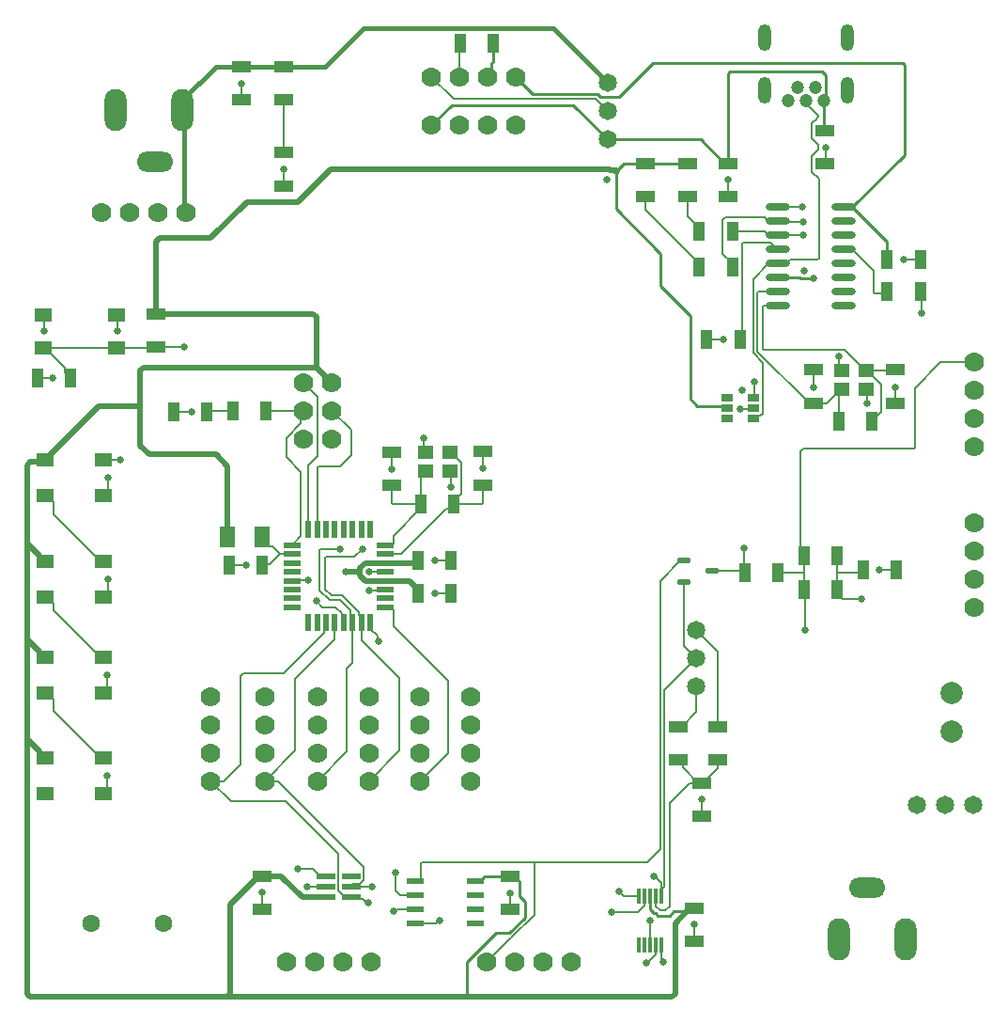
<source format=gtl>
G04*
G04 #@! TF.GenerationSoftware,Altium Limited,Altium Designer,23.3.1 (30)*
G04*
G04 Layer_Physical_Order=1*
G04 Layer_Color=255*
%FSLAX44Y44*%
%MOMM*%
G71*
G04*
G04 #@! TF.SameCoordinates,964EAC65-20B9-4362-A22B-C6E90DBC7DAB*
G04*
G04*
G04 #@! TF.FilePolarity,Positive*
G04*
G01*
G75*
%ADD11C,0.2540*%
%ADD14C,0.1524*%
%ADD18C,0.3810*%
%ADD21R,1.8034X1.1176*%
G04:AMPARAMS|DCode=22|XSize=1.21mm|YSize=0.59mm|CornerRadius=0.1475mm|HoleSize=0mm|Usage=FLASHONLY|Rotation=0.000|XOffset=0mm|YOffset=0mm|HoleType=Round|Shape=RoundedRectangle|*
%AMROUNDEDRECTD22*
21,1,1.2100,0.2950,0,0,0.0*
21,1,0.9150,0.5900,0,0,0.0*
1,1,0.2950,0.4575,-0.1475*
1,1,0.2950,-0.4575,-0.1475*
1,1,0.2950,-0.4575,0.1475*
1,1,0.2950,0.4575,0.1475*
%
%ADD22ROUNDEDRECTD22*%
%ADD23R,1.1176X1.8034*%
%ADD24R,0.3000X1.4500*%
%ADD25R,0.3000X1.4700*%
%ADD26R,1.3998X1.1999*%
%ADD27O,2.2000X0.6096*%
%ADD28R,1.6500X1.2065*%
%ADD29R,1.3716X1.8542*%
%ADD30R,1.0000X0.7000*%
%ADD31R,0.5080X1.5500*%
%ADD32R,1.5500X0.5080*%
%ADD33R,1.5000X1.2000*%
G04:AMPARAMS|DCode=34|XSize=1.61mm|YSize=0.59mm|CornerRadius=0.0738mm|HoleSize=0mm|Usage=FLASHONLY|Rotation=0.000|XOffset=0mm|YOffset=0mm|HoleType=Round|Shape=RoundedRectangle|*
%AMROUNDEDRECTD34*
21,1,1.6100,0.4425,0,0,0.0*
21,1,1.4625,0.5900,0,0,0.0*
1,1,0.1475,0.7313,-0.2213*
1,1,0.1475,-0.7313,-0.2213*
1,1,0.1475,-0.7313,0.2213*
1,1,0.1475,0.7313,0.2213*
%
%ADD34ROUNDEDRECTD34*%
%ADD35R,1.5500X0.6000*%
%ADD59C,0.5080*%
%ADD60O,3.3000X1.8000*%
%ADD61O,2.0000X3.8000*%
%ADD62C,1.6500*%
%ADD63C,1.7780*%
%ADD64O,1.2000X2.4000*%
%ADD65C,1.2000*%
%ADD66C,2.0000*%
%ADD67C,1.6000*%
%ADD68C,0.6350*%
D11*
X443568Y65689D02*
X457327Y79448D01*
X404876Y39297D02*
X431269Y65689D01*
X443568D01*
X457327Y79448D02*
Y93780D01*
X575468Y82976D02*
X577419Y81026D01*
X587858D01*
X591668Y84836D02*
X603377D01*
X573578Y82976D02*
X575468D01*
X587858Y81026D02*
X591668Y84836D01*
X570230Y86324D02*
X573578Y82976D01*
X404876Y7874D02*
Y39297D01*
X452247Y98860D02*
Y112268D01*
Y98860D02*
X457327Y93780D01*
X447929Y116586D02*
X452247Y112268D01*
X444500Y116586D02*
X447929D01*
X419560Y115098D02*
X421048Y116586D01*
X413080Y112190D02*
X417830D01*
X419560Y113920D01*
Y115098D01*
X421048Y116586D02*
X444500D01*
X603377Y84836D02*
X606806D01*
X609854Y87884D01*
X570230Y86324D02*
Y98200D01*
X705719Y654558D02*
X717296D01*
X704957Y655320D02*
X705719Y654558D01*
X685292Y655320D02*
X704957D01*
X717296Y654558D02*
X717550Y654812D01*
X539496Y717042D02*
Y751586D01*
Y717042D02*
X579374Y677164D01*
X728812Y819393D02*
Y837352D01*
X642076Y840886D02*
X725278D01*
X728812Y837352D01*
X640588Y758444D02*
Y839398D01*
X637159Y758444D02*
X640588D01*
Y839398D02*
X642076Y840886D01*
X727000Y815022D02*
Y817581D01*
X728812Y819393D01*
X606552Y546354D02*
X612998Y539908D01*
X579374Y648208D02*
Y677164D01*
X606552Y546354D02*
Y621030D01*
X579374Y648208D02*
X606552Y621030D01*
X612998Y539908D02*
X637574D01*
X639764Y537718D01*
X566166Y758444D02*
X604266D01*
X546354D02*
X566166D01*
X539496Y751586D02*
X546354Y758444D01*
X615823Y779780D02*
X637159Y758444D01*
X532130Y779780D02*
X615823D01*
X799846Y765986D02*
Y847126D01*
X798358Y848614D02*
X799846Y847126D01*
X572770Y848614D02*
X798358D01*
X752680Y718820D02*
X799846Y765986D01*
X542676Y818520D02*
X572770Y848614D01*
X525088Y818520D02*
X542676D01*
X522934Y820674D02*
X525088Y818520D01*
X449580Y836025D02*
X464931Y820674D01*
X522934D01*
X752680Y718820D02*
X783844Y687656D01*
Y671830D02*
Y687656D01*
X727000Y788872D02*
Y815022D01*
Y788872D02*
X728218Y787654D01*
X501142Y810768D02*
X532130Y779780D01*
X391668Y810768D02*
X501142D01*
X373380Y792480D02*
X391668Y810768D01*
X429006Y866140D02*
X429260Y865886D01*
Y850138D02*
Y865886D01*
X424180Y836025D02*
X427096Y838941D01*
Y847974D01*
X429260Y850138D01*
D14*
X579247Y140843D02*
Y382147D01*
X583311Y107131D02*
Y283591D01*
X588010Y89515D02*
Y182499D01*
X706120Y407924D02*
Y498856D01*
X583311Y283591D02*
X612140Y312420D01*
X579247Y382147D02*
X597760Y400660D01*
X708533Y390144D02*
X708914Y389763D01*
X738886Y374396D02*
Y389763D01*
X685800Y390144D02*
X708533D01*
X708914Y374396D02*
Y389763D01*
Y405130D01*
X706120Y407924D02*
X708914Y405130D01*
X654812Y391160D02*
X655320Y390652D01*
X597760Y400660D02*
X600860D01*
X625960Y391160D02*
X654812D01*
X655320Y390652D02*
X655828Y390144D01*
X655066Y390906D02*
X655320Y390652D01*
X655066Y390906D02*
Y411480D01*
X738886Y389763D02*
Y405130D01*
X600860Y356417D02*
Y381660D01*
X612140Y337820D02*
X631190Y318770D01*
X599059Y251206D02*
X612140Y264287D01*
Y287020D01*
X739140Y370713D02*
Y374142D01*
X738886Y374396D02*
X739140Y374142D01*
Y370713D02*
X743585Y366268D01*
X709930Y338328D02*
Y373380D01*
X708914Y374396D02*
X709930Y373380D01*
X600588Y356145D02*
X600860Y356417D01*
X631190Y251206D02*
Y318770D01*
X600588Y323972D02*
Y356145D01*
Y323972D02*
X612140Y312420D01*
X631190Y213487D02*
Y221234D01*
X595630Y251206D02*
X599059D01*
X599944Y214253D02*
Y216920D01*
X595630Y221234D02*
X599944Y216920D01*
X613791Y200406D02*
X617220D01*
X618109D02*
X631190Y213487D01*
X617220Y200406D02*
X618109D01*
X599944Y214253D02*
X613791Y200406D01*
X588010Y182499D02*
X605917Y200406D01*
X613791D01*
X617220Y170434D02*
Y185420D01*
X777240Y392176D02*
X792226D01*
X743585Y366268D02*
X760730D01*
X759841Y389763D02*
X762254Y392176D01*
X738886Y389763D02*
X759841D01*
X340650Y84582D02*
X342936Y86868D01*
X339344Y84582D02*
X340650D01*
X342936Y86868D02*
X359002D01*
X359080Y86790D01*
X302695Y95780D02*
X311577D01*
X314901Y92456D01*
X298822Y99653D02*
X302695Y95780D01*
X314901Y92456D02*
X315976D01*
X565032Y89736D02*
Y98256D01*
X535940Y84074D02*
X559370D01*
X565032Y98256D02*
X565230Y98454D01*
X559370Y84074D02*
X565032Y89736D01*
X445462Y61117D02*
X466079Y81735D01*
X422910Y39370D02*
X444657Y61117D01*
X466079Y81735D02*
Y129032D01*
X444657Y61117D02*
X445462D01*
X542544Y102362D02*
X546452Y98454D01*
X560230D01*
X301010Y106965D02*
X301152Y106823D01*
X319643D02*
X319786Y106680D01*
X301152Y106823D02*
X319643D01*
X340868Y103886D02*
Y119380D01*
Y103886D02*
X345264Y99490D01*
X808097Y501396D02*
X808990Y502289D01*
Y556006D02*
X832104Y579120D01*
X708660Y501396D02*
X808097D01*
X808990Y502289D02*
Y556006D01*
X706120Y498856D02*
X708660Y501396D01*
X832104Y579120D02*
X862405D01*
X580230Y42106D02*
Y54200D01*
X581914Y39116D02*
Y40422D01*
X580230Y42106D02*
X581914Y40422D01*
X570230Y54200D02*
Y76454D01*
X567182Y38354D02*
X567650D01*
X575032Y45736D02*
Y54256D01*
X567650Y38354D02*
X575032Y45736D01*
Y54256D02*
X575230Y54454D01*
X574040Y116078D02*
X574258D01*
X580230Y110106D01*
Y104050D02*
Y110106D01*
Y98200D02*
Y104050D01*
X345264Y99490D02*
X359080D01*
X584093Y85598D02*
X588010Y89515D01*
X580230Y104050D02*
X583311Y107131D01*
X567436Y129032D02*
X579247Y140843D01*
X579312Y85598D02*
X584093D01*
X575428Y89482D02*
X579312Y85598D01*
X575428Y89482D02*
Y98002D01*
X575230Y98200D02*
X575428Y98002D01*
X466079Y129032D02*
X567436D01*
X364723D02*
X466079D01*
X289462Y103275D02*
Y136242D01*
X293084Y99653D02*
X298822D01*
X289462Y103275D02*
X293084Y99653D01*
X242062Y183642D02*
X289462Y136242D01*
X252984Y122682D02*
X266793D01*
X273010Y116465D01*
X278110D01*
X363830Y128139D02*
X364723Y129032D01*
X363830Y112190D02*
Y128139D01*
X359080Y112190D02*
X363830D01*
X444500Y86614D02*
Y101219D01*
X377330Y74090D02*
X379694Y76454D01*
X359080Y74090D02*
X377330D01*
X379694Y76454D02*
X381000D01*
X765127Y555104D02*
X765556Y554675D01*
Y542290D02*
Y554675D01*
X814832Y623062D02*
Y641604D01*
X813816Y642620D02*
X814832Y641604D01*
X790956Y542544D02*
Y556260D01*
X269494Y364236D02*
X274967Y358763D01*
X287024D01*
X248068Y382778D02*
X261874D01*
X277622Y374571D02*
Y402967D01*
X272411Y410333D02*
X273304Y411226D01*
X277622Y402967D02*
X278515Y403860D01*
X272411Y374035D02*
X281448Y364998D01*
X277622Y374571D02*
X283131Y369062D01*
X272411Y374035D02*
Y410333D01*
X292590Y346366D02*
Y353198D01*
X287024Y358763D02*
X292590Y353198D01*
Y346366D02*
X294368Y344588D01*
X281448Y364998D02*
X291338D01*
X283131Y369062D02*
X293021D01*
X291338Y364998D02*
X300482Y355854D01*
X293021Y369062D02*
X308084Y353999D01*
X300482Y346348D02*
X302242Y344588D01*
X310370D02*
Y349798D01*
X308084Y352084D02*
X310370Y349798D01*
X308084Y352084D02*
Y353999D01*
X300482Y346348D02*
Y355854D01*
X247814Y382524D02*
X248068Y382778D01*
X324501Y328533D02*
X325374Y327660D01*
X318244Y339378D02*
Y344588D01*
Y339378D02*
X324501Y333121D01*
Y328533D02*
Y333121D01*
X77515Y491236D02*
X92710D01*
X77388Y491109D02*
X77515Y491236D01*
X173990Y202184D02*
X192532Y183642D01*
X242062D01*
X223520Y202184D02*
X234950D01*
X312362Y124772D01*
Y112579D02*
Y124772D01*
X308936Y109153D02*
X312362Y112579D01*
X301010Y106965D02*
X303198Y109153D01*
X308936D01*
X261763Y106823D02*
X277967D01*
X278110Y106965D01*
X261620Y106680D02*
X261763Y106823D01*
X125222Y592836D02*
X150114D01*
X82042Y372065D02*
Y383540D01*
X27606Y281051D02*
X32876Y275781D01*
X75171Y223139D02*
X77388D01*
X25388Y281051D02*
X27606D01*
X32876Y265434D02*
Y275781D01*
Y265434D02*
X75171Y223139D01*
X32876Y355603D02*
Y362141D01*
Y355603D02*
X75171Y313309D01*
X25388Y367411D02*
X27606D01*
X32876Y362141D01*
X75171Y313309D02*
X77388D01*
X27606Y458851D02*
X32876Y453581D01*
Y441964D02*
Y453581D01*
Y441964D02*
X75171Y399669D01*
X77388D01*
X25388Y458851D02*
X27606D01*
X278515Y403860D02*
X303530D01*
X310896Y411226D01*
X273304D02*
X290576D01*
X310370Y328948D02*
Y344588D01*
X376174Y371348D02*
X391160D01*
X376174Y400558D02*
X391160D01*
X317373Y373888D02*
X331052D01*
X331814Y374650D01*
X317373Y390398D02*
X331560D01*
X331814Y390652D01*
X302242Y308338D02*
Y344588D01*
X418715Y451358D02*
X419608Y452251D01*
X393700Y451358D02*
X418715D01*
X419608Y452251D02*
Y468660D01*
X337566Y452251D02*
Y468092D01*
X338459Y451358D02*
X363728D01*
X337566Y452251D02*
X338459Y451358D01*
X400014Y461101D02*
Y489156D01*
X393700Y454787D02*
X400014Y461101D01*
X393700Y451358D02*
Y454787D01*
X389713Y498457D02*
X390713D01*
X400014Y489156D01*
X363728Y477473D02*
X367712Y481457D01*
X363728Y451358D02*
Y477473D01*
X390596Y467050D02*
Y480574D01*
X389713Y481457D02*
X390596Y480574D01*
X366014Y500156D02*
X367713Y498457D01*
X366014Y500156D02*
Y511048D01*
X390101Y447759D02*
X393700Y451358D01*
X386719Y447759D02*
X390101D01*
X345614Y406654D02*
X386719Y447759D01*
X331814Y406654D02*
X345614D01*
X337024Y414528D02*
X338802Y416306D01*
Y423003D01*
X363728Y447929D02*
Y451358D01*
X331814Y414528D02*
X337024D01*
X338802Y423003D02*
X363728Y447929D01*
X419608Y483870D02*
Y498632D01*
X242316Y494030D02*
Y511018D01*
X255300Y524002D01*
X242316Y494030D02*
X255778Y480568D01*
X270510Y494839D02*
Y548386D01*
X262364Y486693D02*
X270510Y494839D01*
X258318Y560578D02*
X270510Y548386D01*
X255300Y524002D02*
Y532160D01*
X258318Y535178D01*
X255778Y422492D02*
Y480568D01*
X247814Y414528D02*
X255778Y422492D01*
X270238Y484247D02*
X271131Y485140D01*
X290576D01*
X270238Y428588D02*
Y484247D01*
X290576Y485140D02*
X300736Y495300D01*
X685419Y693547D02*
X708025D01*
X708152Y693674D01*
X685292Y693420D02*
X685419Y693547D01*
X337566Y482854D02*
Y498064D01*
X685419Y705993D02*
X708279D01*
X685292Y706120D02*
X685419Y705993D01*
X708279D02*
X708406Y705866D01*
X692921Y668020D02*
X696223Y671322D01*
X721483D01*
X722376Y672215D02*
Y744249D01*
X721483Y671322D02*
X722376Y672215D01*
X677340Y668020D02*
X692921D01*
X715899Y750726D02*
X722376Y744249D01*
X721868Y800057D02*
Y801319D01*
X719145Y797333D02*
X721868Y800057D01*
X718623Y797333D02*
X719145D01*
X715899Y780698D02*
Y794610D01*
X718623Y797333D01*
X721868Y770607D02*
Y774729D01*
X715899Y750726D02*
Y764638D01*
X721868Y770607D01*
X728218Y757682D02*
X728345Y757809D01*
Y772414D01*
X715899Y780698D02*
X721868Y774729D01*
X711001Y812187D02*
X721868Y801319D01*
X363220Y202184D02*
X388112Y227076D01*
Y292354D01*
X337024Y358648D02*
X338802Y356870D01*
Y341664D02*
Y356870D01*
Y341664D02*
X388112Y292354D01*
X331814Y358648D02*
X337024D01*
X344678Y229997D02*
Y294640D01*
X316865Y202184D02*
X344678Y229997D01*
X310370Y328948D02*
X344678Y294640D01*
X270510Y202184D02*
X297180Y228854D01*
Y303276D01*
X302242Y308338D01*
X223520Y202184D02*
X250698Y229362D01*
Y294386D01*
X286240Y329928D01*
Y344588D01*
X185928Y202184D02*
X201168Y217424D01*
X173990Y202184D02*
X185928D01*
X201168Y217424D02*
Y296287D01*
X204093Y299212D01*
X239822D01*
X276588Y335978D01*
Y342810D01*
X278366Y344588D01*
X226441Y413639D02*
X229997D01*
X236982Y406654D01*
X220345Y419735D02*
Y422148D01*
Y419735D02*
X226441Y413639D01*
X227580Y397252D02*
X236982Y406654D01*
X247814D01*
X220599Y396748D02*
X221103Y397252D01*
X227580D01*
X190627Y396748D02*
X205994D01*
X300736Y495300D02*
Y518160D01*
X262364Y428588D02*
Y486693D01*
X283718Y535178D02*
X300736Y518160D01*
X224028Y535178D02*
X258318D01*
X170688Y534670D02*
X171196Y535178D01*
X194056D01*
X25262Y592060D02*
X89762D01*
X25262D02*
X43300Y574022D01*
X23762Y592060D02*
X25262D01*
X43300Y569976D02*
Y574022D01*
Y569976D02*
X48126Y565150D01*
X89762Y592060D02*
X124446D01*
X125222Y592836D01*
X663956Y547785D02*
Y561340D01*
X663389Y547218D02*
X663956Y547785D01*
X651764Y537210D02*
X662881D01*
X663389Y537718D01*
X671691Y532850D02*
Y578973D01*
X669757Y530916D02*
X671691Y532850D01*
X666087Y530916D02*
X669757D01*
X663389Y528218D02*
X666087Y530916D01*
X663194Y587470D02*
X671691Y578973D01*
X711001Y812187D02*
Y815022D01*
X685292Y718820D02*
X707263D01*
X663194Y587470D02*
Y653874D01*
X677340Y668020D01*
X667258Y641727D02*
X668151Y642620D01*
X667258Y589153D02*
Y641727D01*
X668151Y642620D02*
X685292D01*
X621284Y599440D02*
X636270D01*
X653664Y686046D02*
X654557Y686938D01*
X651256Y599440D02*
X653664Y601848D01*
X679073Y686938D02*
X685292Y680720D01*
X653664Y601848D02*
Y686046D01*
X654557Y686938D02*
X679073D01*
X635762Y707615D02*
X637696Y709549D01*
X635762Y677037D02*
X644652Y668147D01*
X635762Y677037D02*
Y707615D01*
X672469Y590582D02*
X710567D01*
X671576Y591475D02*
Y629027D01*
X672469Y629920D02*
X685292D01*
X671576Y629027D02*
X672469Y629920D01*
X667258Y589153D02*
X713867Y542544D01*
X671576Y591475D02*
X672469Y590582D01*
X673226Y709549D02*
X676655Y706120D01*
X637696Y709549D02*
X673226D01*
X644652Y664718D02*
Y668147D01*
X676655Y706120D02*
X685292D01*
X677340Y693420D02*
X685292D01*
X644652Y697230D02*
X673530D01*
X677340Y693420D01*
X566166Y716661D02*
Y728472D01*
Y716661D02*
X614680Y668147D01*
Y664718D02*
Y668147D01*
X604266Y711073D02*
X614680Y700659D01*
X604266Y711073D02*
Y728472D01*
X614680Y697230D02*
Y700659D01*
X614604Y697306D02*
X614680Y697230D01*
X612902Y666496D02*
X614680Y664718D01*
X710567Y590582D02*
X710662Y590677D01*
X745556D01*
X764129Y572104D01*
X765128D01*
X713867Y542544D02*
X717296D01*
X729567D01*
X778764Y549627D02*
Y559468D01*
X778637Y535588D02*
Y549500D01*
Y535588D02*
X778764Y535461D01*
X778637Y549500D02*
X778764Y549627D01*
Y534162D02*
Y535461D01*
X766128Y572104D02*
X778764Y559468D01*
X770382Y525780D02*
X778764Y534162D01*
X766128Y572104D02*
X790545D01*
X765128D02*
X766128D01*
X740410Y525780D02*
Y552388D01*
X743127Y555104D01*
X790545Y572104D02*
X790956Y572516D01*
X729567Y542544D02*
X742127Y555104D01*
X743127D01*
X373380Y836025D02*
X393303Y816102D01*
X521040D01*
X531962Y805180D01*
X782828Y641604D02*
X783844Y642620D01*
X772160Y642497D02*
Y661240D01*
X773053Y641604D02*
X782828D01*
X772160Y642497D02*
X773053Y641604D01*
X752680Y680720D02*
X772160Y661240D01*
X744728Y680720D02*
X752680D01*
X531962Y805180D02*
X532130D01*
X398780Y836025D02*
Y865886D01*
X399034Y866140D01*
X77388Y458851D02*
X82042Y463505D01*
Y474980D01*
X77388Y367411D02*
X82042Y372065D01*
X80772Y284435D02*
Y297180D01*
X77388Y281051D02*
X80772Y284435D01*
X77388Y190881D02*
X80772Y194265D01*
Y207010D01*
X220980Y86614D02*
Y101600D01*
X609854Y57912D02*
Y72898D01*
X740156Y575075D02*
X743127Y572104D01*
X740156Y575075D02*
Y584200D01*
X717296Y556260D02*
Y572516D01*
X140716Y534670D02*
X156972D01*
X18154Y565150D02*
X31750D01*
X89916Y607568D02*
Y621906D01*
X89762Y622060D02*
X89916Y621906D01*
X23762Y622060D02*
X23876Y621946D01*
Y607060D02*
Y621946D01*
X798830Y671322D02*
X813308D01*
X813816Y671830D01*
X640842Y728726D02*
Y743458D01*
X640588Y728472D02*
X640842Y728726D01*
X240030Y738124D02*
Y752856D01*
X202438Y815832D02*
Y829818D01*
X201930Y815324D02*
X202438Y815832D01*
X240030Y768096D02*
Y815324D01*
D18*
X150678Y715462D02*
Y804543D01*
X148955Y806265D02*
X150678Y804543D01*
Y715462D02*
X152400Y713740D01*
X240030Y845296D02*
X277606D01*
X311912Y879602D02*
X483108D01*
X277606Y845296D02*
X311912Y879602D01*
X483108D02*
X532130Y830580D01*
X201930Y845296D02*
X240030D01*
X178986D02*
X201930D01*
X148955Y806265D02*
Y815265D01*
X178986Y845296D01*
D21*
X595630Y221234D02*
D03*
Y251206D02*
D03*
X617220Y200406D02*
D03*
Y170434D02*
D03*
X631190Y221234D02*
D03*
Y251206D02*
D03*
X609854Y87884D02*
D03*
Y57912D02*
D03*
X419608Y468660D02*
D03*
Y498632D02*
D03*
X728218Y787654D02*
D03*
Y757682D02*
D03*
X640588Y758444D02*
D03*
Y728472D02*
D03*
X240030Y768096D02*
D03*
Y738124D02*
D03*
X220980Y86614D02*
D03*
Y116586D02*
D03*
X337566Y498064D02*
D03*
Y468092D02*
D03*
X790956Y572516D02*
D03*
Y542544D02*
D03*
X717296D02*
D03*
Y572516D02*
D03*
X566166Y728472D02*
D03*
Y758444D02*
D03*
X604266Y728472D02*
D03*
Y758444D02*
D03*
X201930Y815324D02*
D03*
Y845296D02*
D03*
X240030Y815324D02*
D03*
Y845296D02*
D03*
X125222Y622808D02*
D03*
Y592836D02*
D03*
X444500Y86614D02*
D03*
Y116586D02*
D03*
D22*
X600860Y381660D02*
D03*
X625960Y391160D02*
D03*
X600860Y400660D02*
D03*
D23*
X685800Y390144D02*
D03*
X655828D02*
D03*
X739140Y374142D02*
D03*
X709168D02*
D03*
X738886Y405130D02*
D03*
X708914D02*
D03*
X792226Y392176D02*
D03*
X762254D02*
D03*
X393700Y451358D02*
D03*
X363728D02*
D03*
X224028Y535178D02*
D03*
X194056D02*
D03*
X614680Y664718D02*
D03*
X644652D02*
D03*
X614680Y697230D02*
D03*
X644652D02*
D03*
X429006Y866140D02*
D03*
X399034D02*
D03*
X140716Y534670D02*
D03*
X170688D02*
D03*
X18154Y565150D02*
D03*
X48126D02*
D03*
X361188Y400558D02*
D03*
X391160D02*
D03*
X361188Y371348D02*
D03*
X391160D02*
D03*
X220599Y396748D02*
D03*
X190627D02*
D03*
X770382Y525780D02*
D03*
X740410D02*
D03*
X813816Y642620D02*
D03*
X783844D02*
D03*
Y671830D02*
D03*
X813816D02*
D03*
X651256Y599440D02*
D03*
X621284D02*
D03*
D24*
X560230Y54454D02*
D03*
D25*
X565230D02*
D03*
X570230D02*
D03*
X575230D02*
D03*
X580230D02*
D03*
Y98454D02*
D03*
X575230D02*
D03*
X570230D02*
D03*
X565230D02*
D03*
X560230D02*
D03*
D26*
X389713Y498457D02*
D03*
X367713D02*
D03*
X389713Y481457D02*
D03*
X367712D02*
D03*
X765128Y572104D02*
D03*
X743127D02*
D03*
X765127Y555104D02*
D03*
X743127D02*
D03*
D27*
X685292Y718820D02*
D03*
Y706120D02*
D03*
Y693420D02*
D03*
Y680720D02*
D03*
Y668020D02*
D03*
Y655320D02*
D03*
Y642620D02*
D03*
Y629920D02*
D03*
X744728D02*
D03*
Y642620D02*
D03*
Y655320D02*
D03*
Y668020D02*
D03*
Y680720D02*
D03*
Y693420D02*
D03*
Y706120D02*
D03*
Y718820D02*
D03*
D28*
X25388Y458851D02*
D03*
X77388D02*
D03*
X25388Y491109D02*
D03*
X77388D02*
D03*
X25388Y281051D02*
D03*
X77388D02*
D03*
X25388Y313309D02*
D03*
X77388D02*
D03*
X25388Y367411D02*
D03*
X77388D02*
D03*
X25388Y399669D02*
D03*
X77388D02*
D03*
X25388Y190881D02*
D03*
X77388D02*
D03*
X25388Y223139D02*
D03*
X77388D02*
D03*
D29*
X220345Y422148D02*
D03*
X189103D02*
D03*
D30*
X663389Y528218D02*
D03*
Y537718D02*
D03*
Y547218D02*
D03*
X639764D02*
D03*
Y537718D02*
D03*
Y528218D02*
D03*
D31*
X318244Y344588D02*
D03*
X310370D02*
D03*
X302242D02*
D03*
X294368D02*
D03*
X286240D02*
D03*
X278366D02*
D03*
X270238D02*
D03*
X262364D02*
D03*
Y428588D02*
D03*
X270238D02*
D03*
X278366D02*
D03*
X286240D02*
D03*
X294368D02*
D03*
X302242D02*
D03*
X310370D02*
D03*
X318244D02*
D03*
D32*
X247814Y358648D02*
D03*
Y366522D02*
D03*
Y374650D02*
D03*
Y382524D02*
D03*
Y390652D02*
D03*
Y398526D02*
D03*
Y406654D02*
D03*
Y414528D02*
D03*
X331814D02*
D03*
Y406654D02*
D03*
Y398526D02*
D03*
Y390652D02*
D03*
Y382524D02*
D03*
Y374650D02*
D03*
Y366522D02*
D03*
Y358648D02*
D03*
D33*
X23762Y592060D02*
D03*
X89762Y622060D02*
D03*
Y592060D02*
D03*
X23762Y622060D02*
D03*
D34*
X278110Y116465D02*
D03*
Y106965D02*
D03*
Y97465D02*
D03*
X301010D02*
D03*
Y106965D02*
D03*
Y116465D02*
D03*
D35*
X413080Y74090D02*
D03*
Y86790D02*
D03*
Y99490D02*
D03*
Y112190D02*
D03*
X359080Y74090D02*
D03*
Y86790D02*
D03*
Y99490D02*
D03*
Y112190D02*
D03*
D59*
X592836Y10850D02*
Y74295D01*
X603377Y84836D01*
X589860Y7874D02*
X592836Y10850D01*
X404876Y7874D02*
X589860D01*
X189048D02*
X404876D01*
X217551Y116586D02*
X237617D01*
X256738Y97465D01*
X278110D01*
X23737Y489458D02*
X73521Y539242D01*
X108458D01*
X110744Y504190D02*
Y541528D01*
X108458Y539242D02*
X110744Y541528D01*
Y571572D01*
X11612Y489458D02*
X23737D01*
X113720Y574548D02*
X269748D01*
X110744Y571572D02*
X113720Y574548D01*
X110744Y504190D02*
X118872Y496062D01*
X178816D02*
X189103Y485775D01*
Y422148D02*
Y485775D01*
X118872Y496062D02*
X178816D01*
X296418Y390398D02*
X309118D01*
X189048Y7874D02*
X192024Y10850D01*
Y91059D02*
X217551Y116586D01*
X11612Y7874D02*
X189048D01*
X192024Y10850D02*
Y91059D01*
X8636Y10850D02*
Y239891D01*
Y10850D02*
X11612Y7874D01*
X269748Y574548D02*
Y619832D01*
X266772Y622808D02*
X269748Y619832D01*
X125222Y622808D02*
X266772D01*
X8636Y239891D02*
X19678Y228849D01*
X8636Y239891D02*
Y330061D01*
X23171Y223139D02*
X25388D01*
X19678Y226632D02*
X23171Y223139D01*
X19678Y226632D02*
Y228849D01*
Y316801D02*
X23171Y313309D01*
X19678Y316801D02*
Y319019D01*
X8636Y330061D02*
X19678Y319019D01*
X23171Y313309D02*
X25388D01*
X8636Y330061D02*
Y416421D01*
X19678Y403162D02*
Y405379D01*
X8636Y416421D02*
X19678Y405379D01*
X8636Y486482D02*
X11612Y489458D01*
X23171Y399669D02*
X25388D01*
X19678Y403162D02*
X23171Y399669D01*
X8636Y416421D02*
Y486482D01*
X309118Y390398D02*
Y393817D01*
Y386979D02*
Y390398D01*
X322199Y398653D02*
X322326Y398526D01*
X309118Y393817D02*
X313954Y398653D01*
X309118Y386979D02*
X313954Y382143D01*
X320792D02*
X321173Y382524D01*
X313954Y382143D02*
X320792D01*
X321173Y382524D02*
X331814D01*
X313954Y398653D02*
X322199D01*
X353441Y382524D02*
X361188Y374777D01*
Y371348D02*
Y374777D01*
X331814Y382524D02*
X353441D01*
X359156Y398526D02*
X361188Y400558D01*
X331814Y398526D02*
X359156D01*
X322326D02*
X331814D01*
X269748Y574548D02*
X283718Y560578D01*
X207010Y723646D02*
X252984D01*
X282321Y752983D01*
X533517D01*
X539253Y751829D02*
X539496Y751586D01*
X534671Y751829D02*
X539253D01*
X533517Y752983D02*
X534671Y751829D01*
X174498Y691134D02*
X207010Y723646D01*
X125222Y688158D02*
X128198Y691134D01*
X125222Y622808D02*
Y688158D01*
X128198Y691134D02*
X174498D01*
D60*
X765875Y106105D02*
D03*
X123955Y759765D02*
D03*
D61*
X800875Y59605D02*
D03*
X740875D02*
D03*
X148955Y806265D02*
D03*
X88955D02*
D03*
D62*
X861770Y180340D02*
D03*
X836370D02*
D03*
X810970D02*
D03*
X612140Y337820D02*
D03*
Y312420D02*
D03*
Y287020D02*
D03*
X532130Y830580D02*
D03*
Y805180D02*
D03*
Y779780D02*
D03*
D63*
X862405Y434340D02*
D03*
Y579120D02*
D03*
X173990Y252984D02*
D03*
Y278384D02*
D03*
Y202184D02*
D03*
Y227584D02*
D03*
X270510Y252984D02*
D03*
Y278384D02*
D03*
Y202184D02*
D03*
Y227584D02*
D03*
X223520Y252984D02*
D03*
Y278384D02*
D03*
Y202184D02*
D03*
Y227584D02*
D03*
X316865Y252984D02*
D03*
Y278384D02*
D03*
Y202184D02*
D03*
Y227584D02*
D03*
X363220Y252984D02*
D03*
Y278384D02*
D03*
Y202184D02*
D03*
Y227584D02*
D03*
X408940Y252984D02*
D03*
Y278384D02*
D03*
Y202184D02*
D03*
Y227584D02*
D03*
X258318Y560578D02*
D03*
X283718D02*
D03*
X258318Y535178D02*
D03*
X283718D02*
D03*
X258318Y509778D02*
D03*
X283718D02*
D03*
X862405Y528320D02*
D03*
Y502920D02*
D03*
Y553720D02*
D03*
Y383540D02*
D03*
Y358140D02*
D03*
Y408940D02*
D03*
X398780Y836025D02*
D03*
X373380D02*
D03*
X449580D02*
D03*
X424180D02*
D03*
Y792480D02*
D03*
X449580D02*
D03*
X373380D02*
D03*
X398780D02*
D03*
X267970Y39370D02*
D03*
X242570D02*
D03*
X318770D02*
D03*
X293370D02*
D03*
X448310D02*
D03*
X422910D02*
D03*
X499110D02*
D03*
X473710D02*
D03*
X127000Y713740D02*
D03*
X152400D02*
D03*
X76200D02*
D03*
X101600D02*
D03*
D64*
X674000Y871538D02*
D03*
Y824038D02*
D03*
X748400D02*
D03*
Y871538D02*
D03*
D65*
X727000Y815022D02*
D03*
X719002Y827058D02*
D03*
X703002D02*
D03*
X711001Y815022D02*
D03*
X695001D02*
D03*
D66*
X842010Y281660D02*
D03*
Y246660D02*
D03*
D67*
X131560Y73953D02*
D03*
X66560D02*
D03*
D68*
X709930Y338328D02*
D03*
X655066Y411480D02*
D03*
X617220Y185420D02*
D03*
X777240Y392176D02*
D03*
X760730Y366268D02*
D03*
X339344Y84582D02*
D03*
X315976Y92456D02*
D03*
X535940Y84074D02*
D03*
X542544Y102362D02*
D03*
X319786Y106680D02*
D03*
X340868Y119380D02*
D03*
X581914Y39116D02*
D03*
X570230Y76454D02*
D03*
X567182Y38354D02*
D03*
X574040Y116078D02*
D03*
X252984Y122682D02*
D03*
X444500Y101219D02*
D03*
X381000Y76454D02*
D03*
X765556Y542290D02*
D03*
X814832Y623062D02*
D03*
X790956Y556260D02*
D03*
X269494Y364236D02*
D03*
X261874Y382778D02*
D03*
X325374Y327660D02*
D03*
X92710Y491236D02*
D03*
X296418Y390398D02*
D03*
X261620Y106680D02*
D03*
X150114Y592836D02*
D03*
X82042Y383540D02*
D03*
X310896Y411226D02*
D03*
X290576D02*
D03*
X317373Y373888D02*
D03*
Y390398D02*
D03*
X419608Y483870D02*
D03*
X390596Y467050D02*
D03*
X376174Y400558D02*
D03*
X653542Y554228D02*
D03*
X708152Y693674D02*
D03*
X337566Y482854D02*
D03*
X708406Y705866D02*
D03*
X708914Y661543D02*
D03*
X728345Y772414D02*
D03*
X531622Y743458D02*
D03*
X663956Y561340D02*
D03*
X651764Y537210D02*
D03*
X717550Y654812D02*
D03*
X707263Y718820D02*
D03*
X636270Y599440D02*
D03*
X539496Y751586D02*
D03*
X640842Y743458D02*
D03*
X798830Y671322D02*
D03*
X240030Y752856D02*
D03*
X202438Y829818D02*
D03*
X80772Y207010D02*
D03*
Y297180D02*
D03*
X82042Y474980D02*
D03*
X31750Y565150D02*
D03*
X23876Y607060D02*
D03*
X89916Y607568D02*
D03*
X156972Y534670D02*
D03*
X205994Y396748D02*
D03*
X376174Y371348D02*
D03*
X366014Y511048D02*
D03*
X220980Y101600D02*
D03*
X609854Y72898D02*
D03*
X740156Y584200D02*
D03*
X717296Y556260D02*
D03*
M02*

</source>
